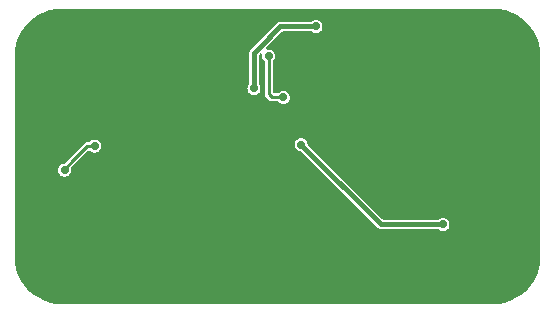
<source format=gbr>
%TF.GenerationSoftware,KiCad,Pcbnew,8.0.1*%
%TF.CreationDate,2025-02-04T12:10:18-05:00*%
%TF.ProjectId,diff_amp_breakout,64696666-5f61-46d7-905f-627265616b6f,rev?*%
%TF.SameCoordinates,Original*%
%TF.FileFunction,Copper,L2,Bot*%
%TF.FilePolarity,Positive*%
%FSLAX46Y46*%
G04 Gerber Fmt 4.6, Leading zero omitted, Abs format (unit mm)*
G04 Created by KiCad (PCBNEW 8.0.1) date 2025-02-04 12:10:18*
%MOMM*%
%LPD*%
G01*
G04 APERTURE LIST*
%TA.AperFunction,ViaPad*%
%ADD10C,0.700000*%
%TD*%
%TA.AperFunction,Conductor*%
%ADD11C,0.381000*%
%TD*%
%TA.AperFunction,Conductor*%
%ADD12C,0.254000*%
%TD*%
%ADD13C,0.300000*%
G04 APERTURE END LIST*
D10*
%TO.N,GND*%
X96250000Y-62250000D03*
%TO.N,-3V3*%
X109750000Y-58750000D03*
X115000000Y-53500000D03*
%TO.N,GND*%
X109250000Y-68750000D03*
%TO.N,/EN*%
X111000000Y-56000000D03*
X112250000Y-59500000D03*
%TO.N,GND*%
X116500000Y-60750000D03*
X113250000Y-56250000D03*
X131000000Y-60500000D03*
X127750000Y-67500000D03*
X130750000Y-67500000D03*
X113000000Y-64250000D03*
X109000000Y-61250000D03*
X103000000Y-59250000D03*
X101750000Y-61250000D03*
%TO.N,/OUT*%
X125750000Y-70250000D03*
X113750000Y-63500000D03*
%TO.N,/IOUT*%
X93726000Y-65659000D03*
X96266000Y-63627000D03*
%TD*%
D11*
%TO.N,-3V3*%
X112000000Y-53500000D02*
X115000000Y-53500000D01*
X110167500Y-55332500D02*
X112000000Y-53500000D01*
X109750000Y-55750000D02*
X110000000Y-55500000D01*
X109750000Y-56250000D02*
X109750000Y-55750000D01*
X109750000Y-58750000D02*
X109750000Y-56250000D01*
X110000000Y-55500000D02*
X110167500Y-55332500D01*
D12*
%TO.N,/EN*%
X111250000Y-59500000D02*
X111000000Y-59250000D01*
X111000000Y-59250000D02*
X111000000Y-56000000D01*
X112250000Y-59500000D02*
X111250000Y-59500000D01*
D11*
%TO.N,/OUT*%
X120500000Y-70250000D02*
X125750000Y-70250000D01*
X113750000Y-63500000D02*
X120500000Y-70250000D01*
D12*
%TO.N,/IOUT*%
X93726000Y-65532000D02*
X93726000Y-65659000D01*
X94361000Y-64897000D02*
X93726000Y-65532000D01*
X96266000Y-63627000D02*
X95631000Y-63627000D01*
X95631000Y-63627000D02*
X94361000Y-64897000D01*
%TD*%
%TA.AperFunction,Conductor*%
%TO.N,GND*%
G36*
X130000733Y-52000008D02*
G01*
X130191077Y-52002343D01*
X130201681Y-52002930D01*
X130581224Y-52040312D01*
X130593249Y-52042096D01*
X130966527Y-52116345D01*
X130978329Y-52119301D01*
X131342544Y-52229785D01*
X131354002Y-52233885D01*
X131705627Y-52379532D01*
X131716626Y-52384734D01*
X132052282Y-52564147D01*
X132062713Y-52570399D01*
X132379169Y-52781849D01*
X132388942Y-52789097D01*
X132683148Y-53030544D01*
X132692165Y-53038717D01*
X132961282Y-53307834D01*
X132969455Y-53316851D01*
X133210902Y-53611057D01*
X133218150Y-53620830D01*
X133429600Y-53937286D01*
X133435856Y-53947724D01*
X133615264Y-54283372D01*
X133620467Y-54294372D01*
X133766114Y-54645997D01*
X133770214Y-54657455D01*
X133880698Y-55021670D01*
X133883654Y-55033474D01*
X133957902Y-55406744D01*
X133959688Y-55418781D01*
X133997068Y-55798304D01*
X133997656Y-55808937D01*
X133999991Y-55999266D01*
X134000000Y-56000787D01*
X134000000Y-72999212D01*
X133999991Y-73000733D01*
X133997656Y-73191062D01*
X133997068Y-73201695D01*
X133959688Y-73581218D01*
X133957902Y-73593255D01*
X133883654Y-73966525D01*
X133880698Y-73978329D01*
X133770214Y-74342544D01*
X133766114Y-74354002D01*
X133620467Y-74705627D01*
X133615264Y-74716627D01*
X133435856Y-75052275D01*
X133429600Y-75062713D01*
X133218150Y-75379169D01*
X133210902Y-75388942D01*
X132969455Y-75683148D01*
X132961282Y-75692165D01*
X132692165Y-75961282D01*
X132683148Y-75969455D01*
X132388942Y-76210902D01*
X132379169Y-76218150D01*
X132062713Y-76429600D01*
X132052275Y-76435856D01*
X131716627Y-76615264D01*
X131705627Y-76620467D01*
X131354002Y-76766114D01*
X131342544Y-76770214D01*
X130978329Y-76880698D01*
X130966525Y-76883654D01*
X130593255Y-76957902D01*
X130581218Y-76959688D01*
X130201695Y-76997068D01*
X130191062Y-76997656D01*
X130000734Y-76999991D01*
X129999213Y-77000000D01*
X93500787Y-77000000D01*
X93499266Y-76999991D01*
X93308937Y-76997656D01*
X93298304Y-76997068D01*
X92918781Y-76959688D01*
X92906744Y-76957902D01*
X92533474Y-76883654D01*
X92521670Y-76880698D01*
X92157455Y-76770214D01*
X92145997Y-76766114D01*
X91794372Y-76620467D01*
X91783372Y-76615264D01*
X91447724Y-76435856D01*
X91437286Y-76429600D01*
X91120830Y-76218150D01*
X91111057Y-76210902D01*
X90816851Y-75969455D01*
X90807834Y-75961282D01*
X90538717Y-75692165D01*
X90530544Y-75683148D01*
X90289097Y-75388942D01*
X90281849Y-75379169D01*
X90070399Y-75062713D01*
X90064143Y-75052275D01*
X89884735Y-74716627D01*
X89879532Y-74705627D01*
X89733885Y-74354002D01*
X89729785Y-74342544D01*
X89619301Y-73978329D01*
X89616345Y-73966525D01*
X89542097Y-73593255D01*
X89540311Y-73581218D01*
X89502930Y-73201681D01*
X89502343Y-73191075D01*
X89500009Y-73000732D01*
X89500000Y-72999212D01*
X89500000Y-65659000D01*
X93170750Y-65659000D01*
X93189670Y-65802708D01*
X93189671Y-65802712D01*
X93245137Y-65936622D01*
X93245138Y-65936624D01*
X93245139Y-65936625D01*
X93333379Y-66051621D01*
X93448375Y-66139861D01*
X93582291Y-66195330D01*
X93709280Y-66212048D01*
X93725999Y-66214250D01*
X93726000Y-66214250D01*
X93726001Y-66214250D01*
X93740977Y-66212278D01*
X93869709Y-66195330D01*
X94003625Y-66139861D01*
X94118621Y-66051621D01*
X94206861Y-65936625D01*
X94262330Y-65802709D01*
X94281250Y-65659000D01*
X94263742Y-65526018D01*
X94274507Y-65456985D01*
X94298994Y-65422159D01*
X94623065Y-65098090D01*
X95699777Y-64021377D01*
X95761098Y-63987894D01*
X95830790Y-63992878D01*
X95866192Y-64015633D01*
X95866930Y-64014673D01*
X95919463Y-64054983D01*
X95988375Y-64107861D01*
X96122291Y-64163330D01*
X96249280Y-64180048D01*
X96265999Y-64182250D01*
X96266000Y-64182250D01*
X96266001Y-64182250D01*
X96280977Y-64180278D01*
X96409709Y-64163330D01*
X96543625Y-64107861D01*
X96658621Y-64019621D01*
X96746861Y-63904625D01*
X96802330Y-63770709D01*
X96821250Y-63627000D01*
X96804530Y-63500000D01*
X113194750Y-63500000D01*
X113213670Y-63643708D01*
X113213671Y-63643712D01*
X113269137Y-63777622D01*
X113269138Y-63777624D01*
X113269139Y-63777625D01*
X113357379Y-63892621D01*
X113472375Y-63980861D01*
X113606291Y-64036330D01*
X113710907Y-64050103D01*
X113774804Y-64078370D01*
X113782403Y-64085361D01*
X120182781Y-70485738D01*
X120182791Y-70485749D01*
X120259921Y-70562879D01*
X120304500Y-70588616D01*
X120349080Y-70614354D01*
X120448524Y-70641001D01*
X120448527Y-70641001D01*
X120559072Y-70641001D01*
X120559088Y-70641000D01*
X125313174Y-70641000D01*
X125380213Y-70660685D01*
X125388650Y-70666616D01*
X125472375Y-70730861D01*
X125606291Y-70786330D01*
X125733280Y-70803048D01*
X125749999Y-70805250D01*
X125750000Y-70805250D01*
X125750001Y-70805250D01*
X125764977Y-70803278D01*
X125893709Y-70786330D01*
X126027625Y-70730861D01*
X126142621Y-70642621D01*
X126230861Y-70527625D01*
X126286330Y-70393709D01*
X126305250Y-70250000D01*
X126286330Y-70106291D01*
X126230861Y-69972375D01*
X126142621Y-69857379D01*
X126027625Y-69769139D01*
X126027624Y-69769138D01*
X126027622Y-69769137D01*
X125893712Y-69713671D01*
X125893710Y-69713670D01*
X125893709Y-69713670D01*
X125821854Y-69704210D01*
X125750001Y-69694750D01*
X125749999Y-69694750D01*
X125606291Y-69713670D01*
X125606287Y-69713671D01*
X125472377Y-69769137D01*
X125437434Y-69795950D01*
X125388659Y-69833376D01*
X125323491Y-69858570D01*
X125313174Y-69859000D01*
X120713319Y-69859000D01*
X120646280Y-69839315D01*
X120625638Y-69822681D01*
X114335361Y-63532403D01*
X114301876Y-63471080D01*
X114300103Y-63460907D01*
X114286330Y-63356292D01*
X114286328Y-63356287D01*
X114230862Y-63222377D01*
X114230861Y-63222376D01*
X114230861Y-63222375D01*
X114142621Y-63107379D01*
X114027625Y-63019139D01*
X114027624Y-63019138D01*
X114027622Y-63019137D01*
X113893712Y-62963671D01*
X113893710Y-62963670D01*
X113893709Y-62963670D01*
X113821854Y-62954210D01*
X113750001Y-62944750D01*
X113749999Y-62944750D01*
X113606291Y-62963670D01*
X113606287Y-62963671D01*
X113472377Y-63019137D01*
X113357379Y-63107379D01*
X113269137Y-63222377D01*
X113213671Y-63356287D01*
X113213670Y-63356291D01*
X113194750Y-63499999D01*
X113194750Y-63500000D01*
X96804530Y-63500000D01*
X96802330Y-63483291D01*
X96765350Y-63394013D01*
X96746862Y-63349377D01*
X96746861Y-63349376D01*
X96746861Y-63349375D01*
X96658621Y-63234379D01*
X96543625Y-63146139D01*
X96543624Y-63146138D01*
X96543622Y-63146137D01*
X96409712Y-63090671D01*
X96409710Y-63090670D01*
X96409709Y-63090670D01*
X96337854Y-63081210D01*
X96266001Y-63071750D01*
X96265999Y-63071750D01*
X96122291Y-63090670D01*
X96122287Y-63090671D01*
X95988376Y-63146138D01*
X95988374Y-63146139D01*
X95873379Y-63234377D01*
X95860635Y-63250987D01*
X95804207Y-63292190D01*
X95762260Y-63299500D01*
X95674116Y-63299500D01*
X95587884Y-63299500D01*
X95532354Y-63314379D01*
X95504589Y-63321819D01*
X95429911Y-63364934D01*
X95429908Y-63364936D01*
X94159910Y-64634935D01*
X93715565Y-65079278D01*
X93654242Y-65112763D01*
X93644071Y-65114536D01*
X93582291Y-65122670D01*
X93582287Y-65122671D01*
X93448377Y-65178137D01*
X93333379Y-65266379D01*
X93245137Y-65381377D01*
X93189671Y-65515287D01*
X93189670Y-65515291D01*
X93170750Y-65658999D01*
X93170750Y-65659000D01*
X89500000Y-65659000D01*
X89500000Y-58750000D01*
X109194750Y-58750000D01*
X109213670Y-58893708D01*
X109213671Y-58893712D01*
X109269137Y-59027622D01*
X109269138Y-59027624D01*
X109269139Y-59027625D01*
X109357379Y-59142621D01*
X109472375Y-59230861D01*
X109606291Y-59286330D01*
X109733280Y-59303048D01*
X109749999Y-59305250D01*
X109750000Y-59305250D01*
X109750001Y-59305250D01*
X109764977Y-59303278D01*
X109893709Y-59286330D01*
X110027625Y-59230861D01*
X110142621Y-59142621D01*
X110230861Y-59027625D01*
X110286330Y-58893709D01*
X110305250Y-58750000D01*
X110286330Y-58606291D01*
X110230861Y-58472375D01*
X110166623Y-58388659D01*
X110141430Y-58323491D01*
X110141000Y-58313174D01*
X110141000Y-55963320D01*
X110160685Y-55896281D01*
X110177313Y-55875644D01*
X110245853Y-55807104D01*
X110307172Y-55773622D01*
X110376864Y-55778606D01*
X110432798Y-55820477D01*
X110457215Y-55885941D01*
X110456470Y-55910973D01*
X110444750Y-55999997D01*
X110444750Y-56000000D01*
X110463670Y-56143708D01*
X110463671Y-56143712D01*
X110519138Y-56277623D01*
X110519139Y-56277625D01*
X110607377Y-56392620D01*
X110616496Y-56399617D01*
X110623984Y-56405362D01*
X110665188Y-56461789D01*
X110672500Y-56503739D01*
X110672500Y-59206884D01*
X110672500Y-59293116D01*
X110694819Y-59376410D01*
X110737935Y-59451090D01*
X110987935Y-59701090D01*
X111048910Y-59762065D01*
X111123590Y-59805181D01*
X111206884Y-59827500D01*
X111746260Y-59827500D01*
X111813299Y-59847185D01*
X111844635Y-59876013D01*
X111857379Y-59892622D01*
X111950668Y-59964204D01*
X111972375Y-59980861D01*
X112106291Y-60036330D01*
X112233280Y-60053048D01*
X112249999Y-60055250D01*
X112250000Y-60055250D01*
X112250001Y-60055250D01*
X112264977Y-60053278D01*
X112393709Y-60036330D01*
X112527625Y-59980861D01*
X112642621Y-59892621D01*
X112730861Y-59777625D01*
X112786330Y-59643709D01*
X112805250Y-59500000D01*
X112786330Y-59356291D01*
X112749350Y-59267013D01*
X112730862Y-59222377D01*
X112730861Y-59222376D01*
X112730861Y-59222375D01*
X112642621Y-59107379D01*
X112527625Y-59019139D01*
X112527624Y-59019138D01*
X112527622Y-59019137D01*
X112393712Y-58963671D01*
X112393710Y-58963670D01*
X112393709Y-58963670D01*
X112321854Y-58954210D01*
X112250001Y-58944750D01*
X112249999Y-58944750D01*
X112106291Y-58963670D01*
X112106287Y-58963671D01*
X111972376Y-59019138D01*
X111972374Y-59019139D01*
X111857379Y-59107377D01*
X111844635Y-59123987D01*
X111788207Y-59165190D01*
X111746260Y-59172500D01*
X111451500Y-59172500D01*
X111384461Y-59152815D01*
X111338706Y-59100011D01*
X111327500Y-59048500D01*
X111327500Y-56503739D01*
X111347185Y-56436700D01*
X111376014Y-56405363D01*
X111392621Y-56392621D01*
X111480861Y-56277625D01*
X111536330Y-56143709D01*
X111555250Y-56000000D01*
X111555153Y-55999267D01*
X111550421Y-55963320D01*
X111536330Y-55856291D01*
X111480861Y-55722375D01*
X111392621Y-55607379D01*
X111277625Y-55519139D01*
X111277624Y-55519138D01*
X111277622Y-55519137D01*
X111143712Y-55463671D01*
X111143710Y-55463670D01*
X111143709Y-55463670D01*
X111071854Y-55454210D01*
X111000001Y-55444750D01*
X110999998Y-55444750D01*
X110910973Y-55456470D01*
X110841938Y-55445704D01*
X110789682Y-55399324D01*
X110770797Y-55332055D01*
X110791278Y-55265255D01*
X110807102Y-55245855D01*
X112125639Y-53927319D01*
X112186962Y-53893834D01*
X112213320Y-53891000D01*
X114563174Y-53891000D01*
X114630213Y-53910685D01*
X114638650Y-53916616D01*
X114722375Y-53980861D01*
X114856291Y-54036330D01*
X114983280Y-54053048D01*
X114999999Y-54055250D01*
X115000000Y-54055250D01*
X115000001Y-54055250D01*
X115014977Y-54053278D01*
X115143709Y-54036330D01*
X115277625Y-53980861D01*
X115392621Y-53892621D01*
X115480861Y-53777625D01*
X115536330Y-53643709D01*
X115555250Y-53500000D01*
X115536330Y-53356291D01*
X115480861Y-53222375D01*
X115392621Y-53107379D01*
X115277625Y-53019139D01*
X115277624Y-53019138D01*
X115277622Y-53019137D01*
X115143712Y-52963671D01*
X115143710Y-52963670D01*
X115143709Y-52963670D01*
X115071854Y-52954210D01*
X115000001Y-52944750D01*
X114999999Y-52944750D01*
X114856291Y-52963670D01*
X114856287Y-52963671D01*
X114722377Y-53019137D01*
X114687434Y-53045950D01*
X114638659Y-53083376D01*
X114573491Y-53108570D01*
X114563174Y-53109000D01*
X111948524Y-53109000D01*
X111849080Y-53135646D01*
X111849078Y-53135647D01*
X111849077Y-53135647D01*
X111802567Y-53162500D01*
X111789896Y-53169815D01*
X111759920Y-53187121D01*
X109437124Y-55509917D01*
X109437122Y-55509920D01*
X109385645Y-55599079D01*
X109373239Y-55645376D01*
X109373240Y-55645377D01*
X109359000Y-55698522D01*
X109359000Y-58313174D01*
X109339315Y-58380213D01*
X109333383Y-58388650D01*
X109295950Y-58437434D01*
X109269137Y-58472377D01*
X109213671Y-58606287D01*
X109213670Y-58606291D01*
X109194750Y-58749999D01*
X109194750Y-58750000D01*
X89500000Y-58750000D01*
X89500000Y-56000787D01*
X89500009Y-55999267D01*
X89501525Y-55875639D01*
X89502343Y-55808922D01*
X89502930Y-55798320D01*
X89540312Y-55418772D01*
X89542097Y-55406744D01*
X89616345Y-55033474D01*
X89619301Y-55021670D01*
X89729785Y-54657455D01*
X89733885Y-54645997D01*
X89879532Y-54294372D01*
X89884730Y-54283380D01*
X90064152Y-53947708D01*
X90070390Y-53937300D01*
X90281852Y-53620825D01*
X90289091Y-53611064D01*
X90530555Y-53316838D01*
X90538707Y-53307844D01*
X90807844Y-53038707D01*
X90816838Y-53030555D01*
X91111064Y-52789091D01*
X91120825Y-52781852D01*
X91437300Y-52570390D01*
X91447708Y-52564152D01*
X91783380Y-52384730D01*
X91794363Y-52379535D01*
X92146004Y-52233882D01*
X92157447Y-52229787D01*
X92521677Y-52119299D01*
X92533468Y-52116346D01*
X92906753Y-52042095D01*
X92918772Y-52040312D01*
X93298320Y-52002930D01*
X93308922Y-52002343D01*
X93496784Y-52000039D01*
X93499267Y-52000009D01*
X93500787Y-52000000D01*
X129999213Y-52000000D01*
X130000733Y-52000008D01*
G37*
%TD.AperFunction*%
%TD*%
D13*
X96250000Y-62250000D03*
X109750000Y-58750000D03*
X115000000Y-53500000D03*
X109250000Y-68750000D03*
X111000000Y-56000000D03*
X112250000Y-59500000D03*
X116500000Y-60750000D03*
X113250000Y-56250000D03*
X131000000Y-60500000D03*
X127750000Y-67500000D03*
X130750000Y-67500000D03*
X113000000Y-64250000D03*
X109000000Y-61250000D03*
X103000000Y-59250000D03*
X101750000Y-61250000D03*
X125750000Y-70250000D03*
X113750000Y-63500000D03*
X93726000Y-65659000D03*
X96266000Y-63627000D03*
M02*

</source>
